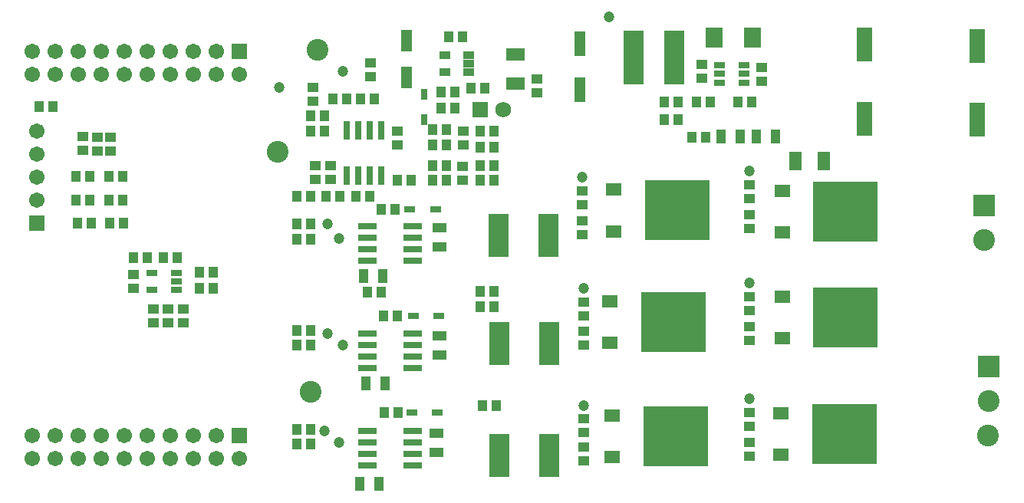
<source format=gts>
G04*
G04 #@! TF.GenerationSoftware,Altium Limited,Altium Designer,19.0.15 (446)*
G04*
G04 Layer_Color=8388736*
%FSLAX24Y24*%
%MOIN*%
G70*
G01*
G75*
%ADD38R,0.0493X0.0946*%
%ADD39C,0.0474*%
%ADD40R,0.0434X0.0474*%
%ADD41R,0.0474X0.0434*%
%ADD42R,0.2836X0.2639*%
%ADD43R,0.0671X0.0576*%
%ADD44R,0.0474X0.0297*%
%ADD45R,0.0434X0.0592*%
%ADD46R,0.0816X0.0316*%
%ADD47R,0.0493X0.0277*%
%ADD48R,0.0592X0.0434*%
%ADD49R,0.0867X0.1852*%
%ADD50R,0.0777X0.0907*%
%ADD51R,0.0552X0.0789*%
%ADD52R,0.0867X0.2324*%
%ADD53R,0.0789X0.0552*%
%ADD54R,0.0493X0.1104*%
%ADD55R,0.0474X0.0356*%
%ADD56R,0.0277X0.0493*%
%ADD57R,0.0710X0.1458*%
%ADD58R,0.0316X0.0816*%
%ADD59C,0.0671*%
%ADD60R,0.0671X0.0671*%
%ADD61R,0.0680X0.0680*%
%ADD62C,0.0680*%
%ADD63R,0.0671X0.0671*%
%ADD64C,0.0946*%
%ADD65R,0.0946X0.0946*%
D38*
X18850Y18545D02*
D03*
Y20120D02*
D03*
D39*
X27652Y21150D02*
D03*
X26500Y14197D02*
D03*
X33750Y14450D02*
D03*
Y9600D02*
D03*
Y4550D02*
D03*
X26547Y4250D02*
D03*
X26550Y9350D02*
D03*
X15910Y2650D02*
D03*
X15300Y3150D02*
D03*
X16098Y6902D02*
D03*
X15410Y7400D02*
D03*
X15910Y11525D02*
D03*
X15410Y12150D02*
D03*
X13322Y18100D02*
D03*
X16100Y18791D02*
D03*
D40*
X2888Y17250D02*
D03*
X3488D02*
D03*
X5100Y14234D02*
D03*
X4500D02*
D03*
X5100Y13211D02*
D03*
X4500D02*
D03*
X5150Y12211D02*
D03*
X4550D02*
D03*
X6526Y14234D02*
D03*
X5926D02*
D03*
X6526Y13211D02*
D03*
X5926D02*
D03*
X6550Y12211D02*
D03*
X5950D02*
D03*
X31850Y15935D02*
D03*
X31250D02*
D03*
X7000Y10700D02*
D03*
X7600D02*
D03*
X8880D02*
D03*
X8280D02*
D03*
X10450Y10050D02*
D03*
X9850D02*
D03*
Y9350D02*
D03*
X10450D02*
D03*
X14700Y2600D02*
D03*
X14100D02*
D03*
X14700Y3248D02*
D03*
X14100D02*
D03*
X14700Y6902D02*
D03*
X14100D02*
D03*
X14700Y7543D02*
D03*
X14100D02*
D03*
X17900Y3950D02*
D03*
X18500D02*
D03*
X22150Y4250D02*
D03*
X22750D02*
D03*
X32050Y17450D02*
D03*
X31450D02*
D03*
X30650D02*
D03*
X30050D02*
D03*
X30650Y16700D02*
D03*
X30050D02*
D03*
X20700Y20300D02*
D03*
X21300D02*
D03*
X20950Y17916D02*
D03*
X20350D02*
D03*
X22252Y18053D02*
D03*
X21652D02*
D03*
X20950Y17200D02*
D03*
X20350D02*
D03*
X19042Y14050D02*
D03*
X18442D02*
D03*
X16250Y17600D02*
D03*
X15650D02*
D03*
X14700Y16862D02*
D03*
X15300D02*
D03*
Y16211D02*
D03*
X14700D02*
D03*
X14100Y13350D02*
D03*
X14700D02*
D03*
Y11500D02*
D03*
X14100D02*
D03*
X14700Y12150D02*
D03*
X14100D02*
D03*
X15338Y13350D02*
D03*
X15938D02*
D03*
X17250D02*
D03*
X16650D02*
D03*
X17850Y8150D02*
D03*
X18450D02*
D03*
X17150Y9200D02*
D03*
X17750D02*
D03*
X22061Y9225D02*
D03*
X22661D02*
D03*
X22061Y8550D02*
D03*
X22661D02*
D03*
X20000Y14050D02*
D03*
X20600D02*
D03*
X20000Y14700D02*
D03*
X20600D02*
D03*
X22050D02*
D03*
X22650D02*
D03*
X22050Y14050D02*
D03*
X22650D02*
D03*
X17440Y17600D02*
D03*
X16840D02*
D03*
X20000Y15611D02*
D03*
X20600D02*
D03*
X20000Y16250D02*
D03*
X20600D02*
D03*
X22050Y15500D02*
D03*
X22650D02*
D03*
X22050Y16200D02*
D03*
X22650D02*
D03*
X18350Y12787D02*
D03*
X17750D02*
D03*
X33850Y17450D02*
D03*
X33250D02*
D03*
D41*
X4800Y15350D02*
D03*
Y15950D02*
D03*
X5426Y15335D02*
D03*
Y15935D02*
D03*
X5976Y15335D02*
D03*
Y15935D02*
D03*
X26550Y3700D02*
D03*
Y3100D02*
D03*
X7000Y9974D02*
D03*
Y9374D02*
D03*
X9150Y7850D02*
D03*
Y8450D02*
D03*
X8500Y7862D02*
D03*
Y8462D02*
D03*
X7850Y7862D02*
D03*
Y8462D02*
D03*
X26550Y8750D02*
D03*
Y8150D02*
D03*
X31700Y18500D02*
D03*
Y19100D02*
D03*
X34300Y18975D02*
D03*
Y18375D02*
D03*
X24526Y18450D02*
D03*
Y17850D02*
D03*
X21306Y16211D02*
D03*
Y15611D02*
D03*
X21300Y14650D02*
D03*
Y14050D02*
D03*
X18450Y16200D02*
D03*
Y15600D02*
D03*
X17300Y19150D02*
D03*
Y18550D02*
D03*
X14800Y18100D02*
D03*
Y17500D02*
D03*
X15550Y14100D02*
D03*
Y14700D02*
D03*
X14900Y14100D02*
D03*
Y14700D02*
D03*
X26550Y2450D02*
D03*
Y1850D02*
D03*
Y7500D02*
D03*
Y6900D02*
D03*
X33750Y13250D02*
D03*
Y13850D02*
D03*
Y12550D02*
D03*
Y11950D02*
D03*
Y8399D02*
D03*
Y8999D02*
D03*
Y7700D02*
D03*
Y7100D02*
D03*
Y3350D02*
D03*
Y3950D02*
D03*
Y2650D02*
D03*
Y2050D02*
D03*
X26500Y12300D02*
D03*
Y11700D02*
D03*
Y12999D02*
D03*
Y13599D02*
D03*
D42*
X37928Y12700D02*
D03*
Y8100D02*
D03*
X37878Y3023D02*
D03*
X30450Y7900D02*
D03*
X30611Y12750D02*
D03*
X30550Y2923D02*
D03*
D43*
X35172Y13606D02*
D03*
Y11794D02*
D03*
Y9006D02*
D03*
Y7194D02*
D03*
X35122Y3929D02*
D03*
Y2118D02*
D03*
X27694Y8806D02*
D03*
Y6994D02*
D03*
X27855Y13656D02*
D03*
Y11844D02*
D03*
X27794Y2018D02*
D03*
Y3829D02*
D03*
D44*
X8863Y9300D02*
D03*
Y9674D02*
D03*
Y10048D02*
D03*
X7800D02*
D03*
Y9300D02*
D03*
X32450Y19059D02*
D03*
Y18685D02*
D03*
Y18311D02*
D03*
X33513D02*
D03*
Y18685D02*
D03*
Y19059D02*
D03*
D45*
X17100Y5231D02*
D03*
X17927D02*
D03*
X16823Y850D02*
D03*
X17650D02*
D03*
X34877Y15950D02*
D03*
X34050D02*
D03*
X33352D02*
D03*
X32525D02*
D03*
X17000Y9883D02*
D03*
X17827D02*
D03*
D46*
X19118Y3150D02*
D03*
Y2650D02*
D03*
X17140Y1650D02*
D03*
Y2150D02*
D03*
Y2650D02*
D03*
Y3150D02*
D03*
X19118Y2150D02*
D03*
Y1650D02*
D03*
Y12068D02*
D03*
Y11568D02*
D03*
X17140Y10568D02*
D03*
Y11068D02*
D03*
Y11568D02*
D03*
Y12068D02*
D03*
X19118Y11068D02*
D03*
Y10568D02*
D03*
Y5916D02*
D03*
Y6416D02*
D03*
X17140Y7416D02*
D03*
Y6916D02*
D03*
Y6416D02*
D03*
Y5916D02*
D03*
X19118Y6916D02*
D03*
Y7416D02*
D03*
D47*
X19096Y3950D02*
D03*
X20199D02*
D03*
X19150Y8150D02*
D03*
X20252D02*
D03*
X20102Y12787D02*
D03*
X19000D02*
D03*
D48*
X20150Y3050D02*
D03*
Y2223D02*
D03*
X20300Y12001D02*
D03*
Y11174D02*
D03*
Y6473D02*
D03*
Y7300D02*
D03*
D49*
X25057Y2100D02*
D03*
X22891D02*
D03*
X25007Y11650D02*
D03*
X22841D02*
D03*
X25057Y6950D02*
D03*
X22891D02*
D03*
D50*
X33877Y20250D02*
D03*
X32223Y20250D02*
D03*
D51*
X35740Y14900D02*
D03*
X37000D02*
D03*
D52*
X28728Y19400D02*
D03*
X30500D02*
D03*
D53*
X23595Y18272D02*
D03*
Y19532D02*
D03*
D54*
X26400Y19984D02*
D03*
Y18016D02*
D03*
D55*
X20525Y18750D02*
D03*
X21544Y19124D02*
D03*
Y18750D02*
D03*
Y19498D02*
D03*
X20525D02*
D03*
D56*
X19627Y16686D02*
D03*
Y17789D02*
D03*
D57*
X38750Y16736D02*
D03*
Y19964D02*
D03*
X43650Y16686D02*
D03*
Y19914D02*
D03*
D58*
X16250Y14270D02*
D03*
X16750D02*
D03*
X17750Y16249D02*
D03*
X17250D02*
D03*
X16750D02*
D03*
X16250D02*
D03*
X17250Y14270D02*
D03*
X17750D02*
D03*
D59*
X3580Y2972D02*
D03*
X2580D02*
D03*
X4580D02*
D03*
X5580D02*
D03*
X2580Y1972D02*
D03*
X6593Y1976D02*
D03*
X5580Y1972D02*
D03*
X4580D02*
D03*
X3580D02*
D03*
X6580Y2972D02*
D03*
X8580Y1972D02*
D03*
X9580D02*
D03*
X10580D02*
D03*
X11593Y1976D02*
D03*
X7580Y1972D02*
D03*
X10580Y2972D02*
D03*
X9580D02*
D03*
X7580D02*
D03*
X8580D02*
D03*
Y19650D02*
D03*
X7580D02*
D03*
X9580D02*
D03*
X10580D02*
D03*
X7580Y18650D02*
D03*
X11593Y18654D02*
D03*
X10580Y18650D02*
D03*
X9580D02*
D03*
X8580D02*
D03*
X6580Y19650D02*
D03*
X3580Y18650D02*
D03*
X4580D02*
D03*
X5580D02*
D03*
X6593Y18654D02*
D03*
X2580Y18650D02*
D03*
X5580Y19650D02*
D03*
X4580D02*
D03*
X2580D02*
D03*
X3580D02*
D03*
X2800Y16200D02*
D03*
Y13200D02*
D03*
Y14200D02*
D03*
Y15200D02*
D03*
D60*
X11580Y2972D02*
D03*
Y19650D02*
D03*
D61*
X22050Y17118D02*
D03*
D62*
X23050D02*
D03*
D63*
X2800Y12200D02*
D03*
D64*
X13249Y15300D02*
D03*
X14990Y19743D02*
D03*
X14690Y4850D02*
D03*
X43950Y11475D02*
D03*
X44130Y2950D02*
D03*
X44150Y4450D02*
D03*
D65*
X43950Y12975D02*
D03*
X44150Y5950D02*
D03*
M02*

</source>
